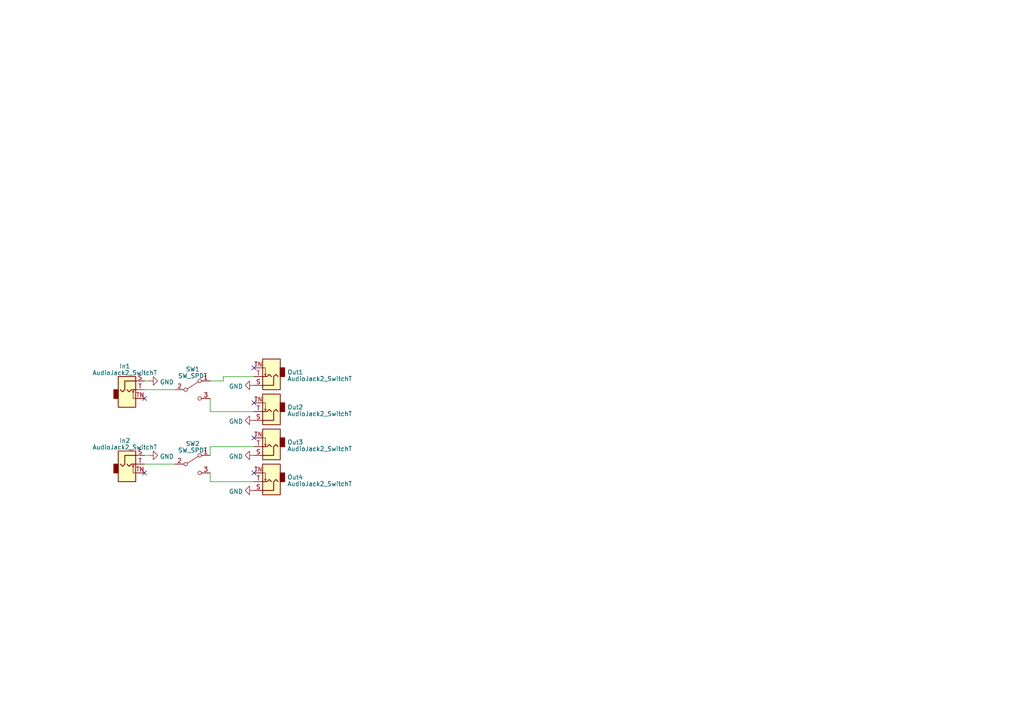
<source format=kicad_sch>
(kicad_sch (version 20230121) (generator eeschema)
  (paper "A4")
  (lib_symbols
    (symbol "Connector_Audio:AudioJack2_SwitchT"
      (property "Reference" "J" (at 0 8.89 0))
      (property "Value" "AudioJack2_SwitchT" (at 0 6.35 0))
      (symbol "AudioJack2_SwitchT_0_1"
        (rectangle (start -2.54 0) (end -3.81 -2.54) (stroke (width 0.254)) (fill (type outline)))
        (polyline (pts (xy 1.778 -0.254) (xy 2.032 -0.762)))
        (polyline (pts (xy 0 0) (xy 0.635 -0.635) (xy 1.27 0) (xy 2.54 0)) (stroke (width 0.254)))
        (polyline (pts (xy 2.54 -2.54) (xy 1.778 -2.54) (xy 1.778 -0.254) (xy 1.524 -0.762)))
        (polyline (pts (xy 2.54 2.54) (xy -0.635 2.54) (xy -0.635 0) (xy -1.27 -0.635) (xy -1.905 0)) (stroke (width 0.254)))
        (rectangle (start 2.54 3.81) (end -2.54 -5.08) (stroke (width 0.254)) (fill (type background)))
      )
      (symbol "AudioJack2_SwitchT_1_1"
        (pin passive line (at 5.08 2.54 180) (length 2.54) (name "~") (number "S"))
        (pin passive line (at 5.08 0 180) (length 2.54) (name "~") (number "T"))
        (pin passive line (at 5.08 -2.54 180) (length 2.54) (name "~") (number "TN"))
      )
    )
    (symbol "Switch:SW_SPDT" (pin_names (offset 0) hide)
      (property "Reference" "SW" (at 0 4.318 0))
      (property "Value" "SW_SPDT" (at 0 -5.08 0))
      (symbol "SW_SPDT_0_0"
        (circle (center -2.032 0) (radius 0.508))
        (circle (center 2.032 -2.54) (radius 0.508))
      )
      (symbol "SW_SPDT_0_1"
        (polyline (pts (xy -1.524 0.254) (xy 1.651 2.286)))
        (circle (center 2.032 2.54) (radius 0.508))
      )
      (symbol "SW_SPDT_1_1"
        (pin passive line (at 5.08 2.54 180) (length 2.54) (name "A") (number "1"))
        (pin passive line (at -5.08 0 0) (length 2.54) (name "B") (number "2"))
        (pin passive line (at 5.08 -2.54 180) (length 2.54) (name "C") (number "3"))
      )
    )
    (symbol "power:GND" (power) (pin_names (offset 0))
      (property "Value" "GND" (at 0 -3.81 0))
      (symbol "GND_0_1"
        (polyline (pts (xy 0 0) (xy 0 -1.27) (xy 1.27 -1.27) (xy 0 -2.54) (xy -1.27 -1.27) (xy 0 -1.27)))
      )
      (symbol "GND_1_1"
        (pin power_in line (at 0 0 270) (length 0) hide (name "GND") (number "1"))
      )
    )
  )
  (no_connect (at 73.66 116.84))
  (no_connect (at 73.66 137.16))
  (no_connect (at 73.66 127))
  (no_connect (at 41.91 115.57))
  (no_connect (at 41.91 137.16))
  (no_connect (at 73.66 106.68))
  (wire (pts (xy 64.77 110.49) (xy 64.77 109.22)))
  (wire (pts (xy 41.91 113.03) (xy 50.8 113.03)))
  (wire (pts (xy 60.96 119.38) (xy 73.66 119.38)))
  (wire (pts (xy 41.91 134.62) (xy 50.8 134.62)))
  (wire (pts (xy 64.77 109.22) (xy 73.66 109.22)))
  (wire (pts (xy 73.66 139.7) (xy 60.96 139.7)))
  (wire (pts (xy 43.18 132.08) (xy 41.91 132.08)))
  (wire (pts (xy 60.96 139.7) (xy 60.96 137.16)))
  (wire (pts (xy 60.96 110.49) (xy 64.77 110.49)))
  (wire (pts (xy 60.96 132.08) (xy 60.96 129.54)))
  (wire (pts (xy 60.96 115.57) (xy 60.96 119.38)))
  (wire (pts (xy 60.96 129.54) (xy 73.66 129.54)))
  (wire (pts (xy 43.18 110.49) (xy 41.91 110.49)))
  (symbol (lib_id "Connector_Audio:AudioJack2_SwitchT") (at 78.74 119.38 180) (unit 1)
    (property "Reference" "Out2" (at 83.312 118.1013 0) (effects (justify right)))
    (property "Value" "AudioJack2_SwitchT" (at 83.312 120.0223 0) (effects (justify right)))
    (property "Footprint" "Connector_Audio:Jack_3.5mm_QingPu_WQP-PJ398SM_Vertical_CircularHoles" (effects hide))
  )
  (symbol (lib_id "Connector_Audio:AudioJack2_SwitchT") (at 36.83 134.62 0) (unit 1)
    (property "Reference" "In2" (at 36.195 127.8001 0))
    (property "Value" "AudioJack2_SwitchT" (at 36.195 129.7211 0))
    (property "Footprint" "Connector_Audio:Jack_3.5mm_QingPu_WQP-PJ398SM_Vertical_CircularHoles" (effects hide))
  )
  (symbol (lib_id "power:GND") (at 73.66 132.08 270) (unit 1)
    (property "Reference" "#PWR04" (effects hide))
    (property "Value" "GND" (at 70.4851 132.3968 90) (effects (justify right)))
  )
  (symbol (lib_id "Switch:SW_SPDT") (at 55.88 113.03 0) (unit 1)
    (property "Reference" "SW1" (at 55.88 107.0991 0))
    (property "Value" "SW_SPDT" (at 55.88 109.0201 0))
    (property "Footprint" "1_Switch:SW_100SP3T1B1M2QEH" (effects hide))
  )
  (symbol (lib_id "Connector_Audio:AudioJack2_SwitchT") (at 78.74 129.54 180) (unit 1)
    (property "Reference" "Out3" (at 83.312 128.2613 0) (effects (justify right)))
    (property "Value" "AudioJack2_SwitchT" (at 83.312 130.1823 0) (effects (justify right)))
    (property "Footprint" "Connector_Audio:Jack_3.5mm_QingPu_WQP-PJ398SM_Vertical_CircularHoles" (effects hide))
  )
  (symbol (lib_id "power:GND") (at 43.18 132.08 90) (unit 1)
    (property "Reference" "#PWR02" (effects hide))
    (property "Value" "GND" (at 46.355 132.3968 90) (effects (justify right)))
  )
  (symbol (lib_id "power:GND") (at 73.66 111.76 270) (unit 1)
    (property "Reference" "#PWR06" (effects hide))
    (property "Value" "GND" (at 70.4851 112.0768 90) (effects (justify right)))
  )
  (symbol (lib_id "power:GND") (at 73.66 142.24 270) (unit 1)
    (property "Reference" "#PWR03" (effects hide))
    (property "Value" "GND" (at 70.4851 142.5568 90) (effects (justify right)))
  )
  (symbol (lib_id "Connector_Audio:AudioJack2_SwitchT") (at 36.83 113.03 0) (unit 1)
    (property "Reference" "In1" (at 36.195 106.2101 0))
    (property "Value" "AudioJack2_SwitchT" (at 36.195 108.1311 0))
    (property "Footprint" "Connector_Audio:Jack_3.5mm_QingPu_WQP-PJ398SM_Vertical_CircularHoles" (effects hide))
  )
  (symbol (lib_id "Connector_Audio:AudioJack2_SwitchT") (at 78.74 139.7 180) (unit 1)
    (property "Reference" "Out4" (at 83.312 138.4213 0) (effects (justify right)))
    (property "Value" "AudioJack2_SwitchT" (at 83.312 140.3423 0) (effects (justify right)))
    (property "Footprint" "Connector_Audio:Jack_3.5mm_QingPu_WQP-PJ398SM_Vertical_CircularHoles" (effects hide))
  )
  (symbol (lib_id "Connector_Audio:AudioJack2_SwitchT") (at 78.74 109.22 180) (unit 1)
    (property "Reference" "Out1" (at 83.312 107.9413 0) (effects (justify right)))
    (property "Value" "AudioJack2_SwitchT" (at 83.312 109.8623 0) (effects (justify right)))
    (property "Footprint" "Connector_Audio:Jack_3.5mm_QingPu_WQP-PJ398SM_Vertical_CircularHoles" (effects hide))
  )
  (symbol (lib_id "power:GND") (at 73.66 121.92 270) (unit 1)
    (property "Reference" "#PWR05" (effects hide))
    (property "Value" "GND" (at 70.4851 122.2368 90) (effects (justify right)))
  )
  (symbol (lib_id "Switch:SW_SPDT") (at 55.88 134.62 0) (unit 1)
    (property "Reference" "SW2" (at 55.88 128.6891 0))
    (property "Value" "SW_SPDT" (at 55.88 130.6101 0))
    (property "Footprint" "1_Switch:SW_100SP3T1B1M2QEH" (effects hide))
  )
  (symbol (lib_id "power:GND") (at 43.18 110.49 90) (unit 1)
    (property "Reference" "#PWR01" (effects hide))
    (property "Value" "GND" (at 46.355 110.8068 90) (effects (justify right)))
  )
)
</source>
